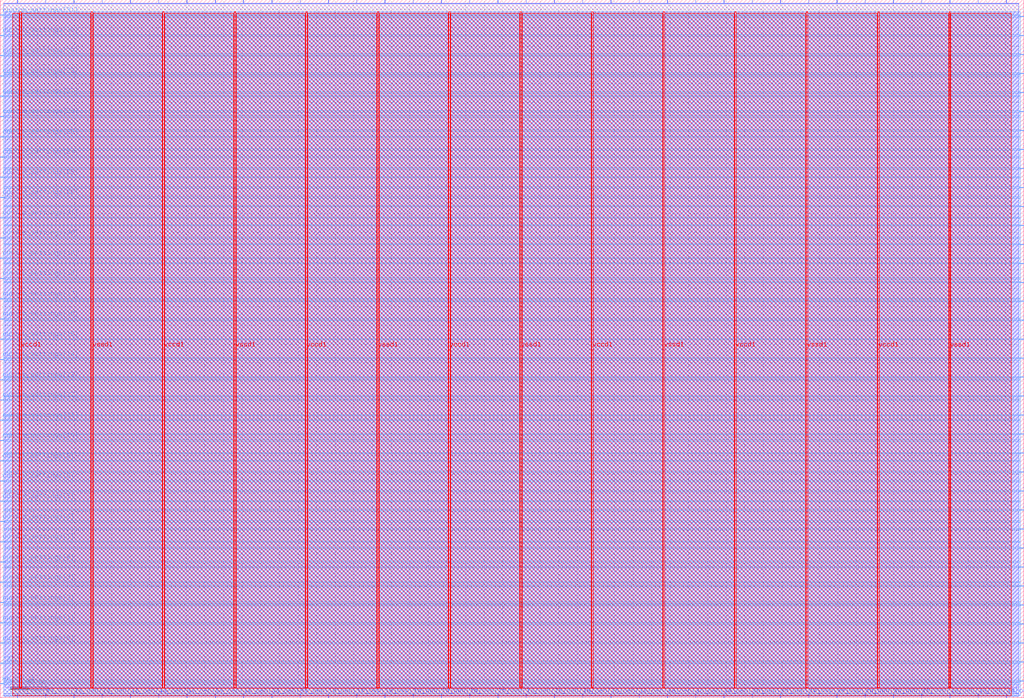
<source format=lef>
VERSION 5.7 ;
  NOWIREEXTENSIONATPIN ON ;
  DIVIDERCHAR "/" ;
  BUSBITCHARS "[]" ;
MACRO vliw
  CLASS BLOCK ;
  FOREIGN vliw ;
  ORIGIN 0.000 0.000 ;
  SIZE 1100.000 BY 750.000 ;
  PIN custom_settings[0]
    DIRECTION INPUT ;
    USE SIGNAL ;
    ANTENNAGATEAREA 0.196500 ;
    PORT
      LAYER met3 ;
        RECT 0.000 58.520 4.000 59.120 ;
    END
  END custom_settings[0]
  PIN custom_settings[10]
    DIRECTION INPUT ;
    USE SIGNAL ;
    PORT
      LAYER met3 ;
        RECT 0.000 276.120 4.000 276.720 ;
    END
  END custom_settings[10]
  PIN custom_settings[11]
    DIRECTION INPUT ;
    USE SIGNAL ;
    PORT
      LAYER met3 ;
        RECT 0.000 297.880 4.000 298.480 ;
    END
  END custom_settings[11]
  PIN custom_settings[12]
    DIRECTION INPUT ;
    USE SIGNAL ;
    PORT
      LAYER met3 ;
        RECT 0.000 319.640 4.000 320.240 ;
    END
  END custom_settings[12]
  PIN custom_settings[13]
    DIRECTION INPUT ;
    USE SIGNAL ;
    PORT
      LAYER met3 ;
        RECT 0.000 341.400 4.000 342.000 ;
    END
  END custom_settings[13]
  PIN custom_settings[14]
    DIRECTION INPUT ;
    USE SIGNAL ;
    PORT
      LAYER met3 ;
        RECT 0.000 363.160 4.000 363.760 ;
    END
  END custom_settings[14]
  PIN custom_settings[15]
    DIRECTION INPUT ;
    USE SIGNAL ;
    PORT
      LAYER met3 ;
        RECT 0.000 384.920 4.000 385.520 ;
    END
  END custom_settings[15]
  PIN custom_settings[16]
    DIRECTION INPUT ;
    USE SIGNAL ;
    PORT
      LAYER met3 ;
        RECT 0.000 406.680 4.000 407.280 ;
    END
  END custom_settings[16]
  PIN custom_settings[17]
    DIRECTION INPUT ;
    USE SIGNAL ;
    PORT
      LAYER met3 ;
        RECT 0.000 428.440 4.000 429.040 ;
    END
  END custom_settings[17]
  PIN custom_settings[18]
    DIRECTION INPUT ;
    USE SIGNAL ;
    PORT
      LAYER met3 ;
        RECT 0.000 450.200 4.000 450.800 ;
    END
  END custom_settings[18]
  PIN custom_settings[19]
    DIRECTION INPUT ;
    USE SIGNAL ;
    PORT
      LAYER met3 ;
        RECT 0.000 471.960 4.000 472.560 ;
    END
  END custom_settings[19]
  PIN custom_settings[1]
    DIRECTION INPUT ;
    USE SIGNAL ;
    ANTENNAGATEAREA 0.196500 ;
    PORT
      LAYER met3 ;
        RECT 0.000 80.280 4.000 80.880 ;
    END
  END custom_settings[1]
  PIN custom_settings[20]
    DIRECTION INPUT ;
    USE SIGNAL ;
    PORT
      LAYER met3 ;
        RECT 0.000 493.720 4.000 494.320 ;
    END
  END custom_settings[20]
  PIN custom_settings[21]
    DIRECTION INPUT ;
    USE SIGNAL ;
    PORT
      LAYER met3 ;
        RECT 0.000 515.480 4.000 516.080 ;
    END
  END custom_settings[21]
  PIN custom_settings[22]
    DIRECTION INPUT ;
    USE SIGNAL ;
    PORT
      LAYER met3 ;
        RECT 0.000 537.240 4.000 537.840 ;
    END
  END custom_settings[22]
  PIN custom_settings[23]
    DIRECTION INPUT ;
    USE SIGNAL ;
    PORT
      LAYER met3 ;
        RECT 0.000 559.000 4.000 559.600 ;
    END
  END custom_settings[23]
  PIN custom_settings[24]
    DIRECTION INPUT ;
    USE SIGNAL ;
    PORT
      LAYER met3 ;
        RECT 0.000 580.760 4.000 581.360 ;
    END
  END custom_settings[24]
  PIN custom_settings[25]
    DIRECTION INPUT ;
    USE SIGNAL ;
    PORT
      LAYER met3 ;
        RECT 0.000 602.520 4.000 603.120 ;
    END
  END custom_settings[25]
  PIN custom_settings[26]
    DIRECTION INPUT ;
    USE SIGNAL ;
    PORT
      LAYER met3 ;
        RECT 0.000 624.280 4.000 624.880 ;
    END
  END custom_settings[26]
  PIN custom_settings[27]
    DIRECTION INPUT ;
    USE SIGNAL ;
    PORT
      LAYER met3 ;
        RECT 0.000 646.040 4.000 646.640 ;
    END
  END custom_settings[27]
  PIN custom_settings[28]
    DIRECTION INPUT ;
    USE SIGNAL ;
    PORT
      LAYER met3 ;
        RECT 0.000 667.800 4.000 668.400 ;
    END
  END custom_settings[28]
  PIN custom_settings[29]
    DIRECTION INPUT ;
    USE SIGNAL ;
    PORT
      LAYER met3 ;
        RECT 0.000 689.560 4.000 690.160 ;
    END
  END custom_settings[29]
  PIN custom_settings[2]
    DIRECTION INPUT ;
    USE SIGNAL ;
    ANTENNAGATEAREA 0.852000 ;
    PORT
      LAYER met3 ;
        RECT 0.000 102.040 4.000 102.640 ;
    END
  END custom_settings[2]
  PIN custom_settings[30]
    DIRECTION INPUT ;
    USE SIGNAL ;
    PORT
      LAYER met3 ;
        RECT 0.000 711.320 4.000 711.920 ;
    END
  END custom_settings[30]
  PIN custom_settings[31]
    DIRECTION INPUT ;
    USE SIGNAL ;
    PORT
      LAYER met3 ;
        RECT 0.000 733.080 4.000 733.680 ;
    END
  END custom_settings[31]
  PIN custom_settings[3]
    DIRECTION INPUT ;
    USE SIGNAL ;
    ANTENNAGATEAREA 0.742500 ;
    PORT
      LAYER met3 ;
        RECT 0.000 123.800 4.000 124.400 ;
    END
  END custom_settings[3]
  PIN custom_settings[4]
    DIRECTION INPUT ;
    USE SIGNAL ;
    PORT
      LAYER met3 ;
        RECT 0.000 145.560 4.000 146.160 ;
    END
  END custom_settings[4]
  PIN custom_settings[5]
    DIRECTION INPUT ;
    USE SIGNAL ;
    PORT
      LAYER met3 ;
        RECT 0.000 167.320 4.000 167.920 ;
    END
  END custom_settings[5]
  PIN custom_settings[6]
    DIRECTION INPUT ;
    USE SIGNAL ;
    PORT
      LAYER met3 ;
        RECT 0.000 189.080 4.000 189.680 ;
    END
  END custom_settings[6]
  PIN custom_settings[7]
    DIRECTION INPUT ;
    USE SIGNAL ;
    PORT
      LAYER met3 ;
        RECT 0.000 210.840 4.000 211.440 ;
    END
  END custom_settings[7]
  PIN custom_settings[8]
    DIRECTION INPUT ;
    USE SIGNAL ;
    PORT
      LAYER met3 ;
        RECT 0.000 232.600 4.000 233.200 ;
    END
  END custom_settings[8]
  PIN custom_settings[9]
    DIRECTION INPUT ;
    USE SIGNAL ;
    PORT
      LAYER met3 ;
        RECT 0.000 254.360 4.000 254.960 ;
    END
  END custom_settings[9]
  PIN io_in[0]
    DIRECTION INPUT ;
    USE SIGNAL ;
    ANTENNAGATEAREA 0.495000 ;
    PORT
      LAYER met2 ;
        RECT 18.490 746.000 18.770 750.000 ;
    END
  END io_in[0]
  PIN io_in[10]
    DIRECTION INPUT ;
    USE SIGNAL ;
    ANTENNAGATEAREA 0.247500 ;
    PORT
      LAYER met2 ;
        RECT 322.090 746.000 322.370 750.000 ;
    END
  END io_in[10]
  PIN io_in[11]
    DIRECTION INPUT ;
    USE SIGNAL ;
    ANTENNAGATEAREA 0.247500 ;
    PORT
      LAYER met2 ;
        RECT 352.450 746.000 352.730 750.000 ;
    END
  END io_in[11]
  PIN io_in[12]
    DIRECTION INPUT ;
    USE SIGNAL ;
    ANTENNAGATEAREA 0.247500 ;
    PORT
      LAYER met2 ;
        RECT 382.810 746.000 383.090 750.000 ;
    END
  END io_in[12]
  PIN io_in[13]
    DIRECTION INPUT ;
    USE SIGNAL ;
    ANTENNAGATEAREA 0.247500 ;
    PORT
      LAYER met2 ;
        RECT 413.170 746.000 413.450 750.000 ;
    END
  END io_in[13]
  PIN io_in[14]
    DIRECTION INPUT ;
    USE SIGNAL ;
    ANTENNAGATEAREA 0.247500 ;
    PORT
      LAYER met2 ;
        RECT 443.530 746.000 443.810 750.000 ;
    END
  END io_in[14]
  PIN io_in[15]
    DIRECTION INPUT ;
    USE SIGNAL ;
    ANTENNAGATEAREA 0.247500 ;
    PORT
      LAYER met2 ;
        RECT 473.890 746.000 474.170 750.000 ;
    END
  END io_in[15]
  PIN io_in[16]
    DIRECTION INPUT ;
    USE SIGNAL ;
    ANTENNAGATEAREA 0.426000 ;
    PORT
      LAYER met2 ;
        RECT 504.250 746.000 504.530 750.000 ;
    END
  END io_in[16]
  PIN io_in[17]
    DIRECTION INPUT ;
    USE SIGNAL ;
    ANTENNAGATEAREA 0.213000 ;
    PORT
      LAYER met2 ;
        RECT 534.610 746.000 534.890 750.000 ;
    END
  END io_in[17]
  PIN io_in[18]
    DIRECTION INPUT ;
    USE SIGNAL ;
    ANTENNAGATEAREA 0.213000 ;
    PORT
      LAYER met2 ;
        RECT 564.970 746.000 565.250 750.000 ;
    END
  END io_in[18]
  PIN io_in[19]
    DIRECTION INPUT ;
    USE SIGNAL ;
    PORT
      LAYER met2 ;
        RECT 595.330 746.000 595.610 750.000 ;
    END
  END io_in[19]
  PIN io_in[1]
    DIRECTION INPUT ;
    USE SIGNAL ;
    PORT
      LAYER met2 ;
        RECT 48.850 746.000 49.130 750.000 ;
    END
  END io_in[1]
  PIN io_in[20]
    DIRECTION INPUT ;
    USE SIGNAL ;
    PORT
      LAYER met2 ;
        RECT 625.690 746.000 625.970 750.000 ;
    END
  END io_in[20]
  PIN io_in[21]
    DIRECTION INPUT ;
    USE SIGNAL ;
    PORT
      LAYER met2 ;
        RECT 656.050 746.000 656.330 750.000 ;
    END
  END io_in[21]
  PIN io_in[22]
    DIRECTION INPUT ;
    USE SIGNAL ;
    PORT
      LAYER met2 ;
        RECT 686.410 746.000 686.690 750.000 ;
    END
  END io_in[22]
  PIN io_in[23]
    DIRECTION INPUT ;
    USE SIGNAL ;
    PORT
      LAYER met2 ;
        RECT 716.770 746.000 717.050 750.000 ;
    END
  END io_in[23]
  PIN io_in[24]
    DIRECTION INPUT ;
    USE SIGNAL ;
    PORT
      LAYER met2 ;
        RECT 747.130 746.000 747.410 750.000 ;
    END
  END io_in[24]
  PIN io_in[25]
    DIRECTION INPUT ;
    USE SIGNAL ;
    PORT
      LAYER met2 ;
        RECT 777.490 746.000 777.770 750.000 ;
    END
  END io_in[25]
  PIN io_in[26]
    DIRECTION INPUT ;
    USE SIGNAL ;
    ANTENNAGATEAREA 0.159000 ;
    PORT
      LAYER met2 ;
        RECT 807.850 746.000 808.130 750.000 ;
    END
  END io_in[26]
  PIN io_in[27]
    DIRECTION INPUT ;
    USE SIGNAL ;
    PORT
      LAYER met2 ;
        RECT 838.210 746.000 838.490 750.000 ;
    END
  END io_in[27]
  PIN io_in[28]
    DIRECTION INPUT ;
    USE SIGNAL ;
    PORT
      LAYER met2 ;
        RECT 868.570 746.000 868.850 750.000 ;
    END
  END io_in[28]
  PIN io_in[29]
    DIRECTION INPUT ;
    USE SIGNAL ;
    ANTENNAGATEAREA 0.196500 ;
    PORT
      LAYER met2 ;
        RECT 898.930 746.000 899.210 750.000 ;
    END
  END io_in[29]
  PIN io_in[2]
    DIRECTION INPUT ;
    USE SIGNAL ;
    ANTENNAGATEAREA 0.426000 ;
    PORT
      LAYER met2 ;
        RECT 79.210 746.000 79.490 750.000 ;
    END
  END io_in[2]
  PIN io_in[30]
    DIRECTION INPUT ;
    USE SIGNAL ;
    ANTENNAGATEAREA 0.196500 ;
    PORT
      LAYER met2 ;
        RECT 929.290 746.000 929.570 750.000 ;
    END
  END io_in[30]
  PIN io_in[31]
    DIRECTION INPUT ;
    USE SIGNAL ;
    ANTENNAGATEAREA 0.196500 ;
    PORT
      LAYER met2 ;
        RECT 959.650 746.000 959.930 750.000 ;
    END
  END io_in[31]
  PIN io_in[32]
    DIRECTION INPUT ;
    USE SIGNAL ;
    ANTENNAGATEAREA 0.196500 ;
    PORT
      LAYER met2 ;
        RECT 990.010 746.000 990.290 750.000 ;
    END
  END io_in[32]
  PIN io_in[33]
    DIRECTION INPUT ;
    USE SIGNAL ;
    ANTENNAGATEAREA 0.196500 ;
    PORT
      LAYER met2 ;
        RECT 1020.370 746.000 1020.650 750.000 ;
    END
  END io_in[33]
  PIN io_in[34]
    DIRECTION INPUT ;
    USE SIGNAL ;
    ANTENNAGATEAREA 0.196500 ;
    PORT
      LAYER met2 ;
        RECT 1050.730 746.000 1051.010 750.000 ;
    END
  END io_in[34]
  PIN io_in[35]
    DIRECTION INPUT ;
    USE SIGNAL ;
    ANTENNAGATEAREA 0.213000 ;
    PORT
      LAYER met2 ;
        RECT 1081.090 746.000 1081.370 750.000 ;
    END
  END io_in[35]
  PIN io_in[3]
    DIRECTION INPUT ;
    USE SIGNAL ;
    ANTENNAGATEAREA 0.426000 ;
    PORT
      LAYER met2 ;
        RECT 109.570 746.000 109.850 750.000 ;
    END
  END io_in[3]
  PIN io_in[4]
    DIRECTION INPUT ;
    USE SIGNAL ;
    ANTENNAGATEAREA 0.426000 ;
    PORT
      LAYER met2 ;
        RECT 139.930 746.000 140.210 750.000 ;
    END
  END io_in[4]
  PIN io_in[5]
    DIRECTION INPUT ;
    USE SIGNAL ;
    ANTENNAGATEAREA 0.426000 ;
    PORT
      LAYER met2 ;
        RECT 170.290 746.000 170.570 750.000 ;
    END
  END io_in[5]
  PIN io_in[6]
    DIRECTION INPUT ;
    USE SIGNAL ;
    ANTENNAGATEAREA 0.426000 ;
    PORT
      LAYER met2 ;
        RECT 200.650 746.000 200.930 750.000 ;
    END
  END io_in[6]
  PIN io_in[7]
    DIRECTION INPUT ;
    USE SIGNAL ;
    ANTENNAGATEAREA 0.247500 ;
    PORT
      LAYER met2 ;
        RECT 231.010 746.000 231.290 750.000 ;
    END
  END io_in[7]
  PIN io_in[8]
    DIRECTION INPUT ;
    USE SIGNAL ;
    ANTENNAGATEAREA 0.247500 ;
    PORT
      LAYER met2 ;
        RECT 261.370 746.000 261.650 750.000 ;
    END
  END io_in[8]
  PIN io_in[9]
    DIRECTION INPUT ;
    USE SIGNAL ;
    ANTENNAGATEAREA 0.247500 ;
    PORT
      LAYER met2 ;
        RECT 291.730 746.000 292.010 750.000 ;
    END
  END io_in[9]
  PIN io_oeb[0]
    DIRECTION OUTPUT TRISTATE ;
    USE SIGNAL ;
    ANTENNADIFFAREA 2.673000 ;
    PORT
      LAYER met2 ;
        RECT 18.490 0.000 18.770 4.000 ;
    END
  END io_oeb[0]
  PIN io_oeb[10]
    DIRECTION OUTPUT TRISTATE ;
    USE SIGNAL ;
    ANTENNADIFFAREA 2.673000 ;
    PORT
      LAYER met2 ;
        RECT 322.090 0.000 322.370 4.000 ;
    END
  END io_oeb[10]
  PIN io_oeb[11]
    DIRECTION OUTPUT TRISTATE ;
    USE SIGNAL ;
    ANTENNADIFFAREA 2.673000 ;
    PORT
      LAYER met2 ;
        RECT 352.450 0.000 352.730 4.000 ;
    END
  END io_oeb[11]
  PIN io_oeb[12]
    DIRECTION OUTPUT TRISTATE ;
    USE SIGNAL ;
    ANTENNADIFFAREA 2.673000 ;
    PORT
      LAYER met2 ;
        RECT 382.810 0.000 383.090 4.000 ;
    END
  END io_oeb[12]
  PIN io_oeb[13]
    DIRECTION OUTPUT TRISTATE ;
    USE SIGNAL ;
    ANTENNADIFFAREA 2.673000 ;
    PORT
      LAYER met2 ;
        RECT 413.170 0.000 413.450 4.000 ;
    END
  END io_oeb[13]
  PIN io_oeb[14]
    DIRECTION OUTPUT TRISTATE ;
    USE SIGNAL ;
    ANTENNADIFFAREA 2.673000 ;
    PORT
      LAYER met2 ;
        RECT 443.530 0.000 443.810 4.000 ;
    END
  END io_oeb[14]
  PIN io_oeb[15]
    DIRECTION OUTPUT TRISTATE ;
    USE SIGNAL ;
    ANTENNADIFFAREA 2.673000 ;
    PORT
      LAYER met2 ;
        RECT 473.890 0.000 474.170 4.000 ;
    END
  END io_oeb[15]
  PIN io_oeb[16]
    DIRECTION OUTPUT TRISTATE ;
    USE SIGNAL ;
    ANTENNADIFFAREA 2.673000 ;
    PORT
      LAYER met2 ;
        RECT 504.250 0.000 504.530 4.000 ;
    END
  END io_oeb[16]
  PIN io_oeb[17]
    DIRECTION OUTPUT TRISTATE ;
    USE SIGNAL ;
    ANTENNADIFFAREA 2.673000 ;
    PORT
      LAYER met2 ;
        RECT 534.610 0.000 534.890 4.000 ;
    END
  END io_oeb[17]
  PIN io_oeb[18]
    DIRECTION OUTPUT TRISTATE ;
    USE SIGNAL ;
    ANTENNADIFFAREA 2.673000 ;
    PORT
      LAYER met2 ;
        RECT 564.970 0.000 565.250 4.000 ;
    END
  END io_oeb[18]
  PIN io_oeb[19]
    DIRECTION OUTPUT TRISTATE ;
    USE SIGNAL ;
    PORT
      LAYER met2 ;
        RECT 595.330 0.000 595.610 4.000 ;
    END
  END io_oeb[19]
  PIN io_oeb[1]
    DIRECTION OUTPUT TRISTATE ;
    USE SIGNAL ;
    PORT
      LAYER met2 ;
        RECT 48.850 0.000 49.130 4.000 ;
    END
  END io_oeb[1]
  PIN io_oeb[20]
    DIRECTION OUTPUT TRISTATE ;
    USE SIGNAL ;
    PORT
      LAYER met2 ;
        RECT 625.690 0.000 625.970 4.000 ;
    END
  END io_oeb[20]
  PIN io_oeb[21]
    DIRECTION OUTPUT TRISTATE ;
    USE SIGNAL ;
    PORT
      LAYER met2 ;
        RECT 656.050 0.000 656.330 4.000 ;
    END
  END io_oeb[21]
  PIN io_oeb[22]
    DIRECTION OUTPUT TRISTATE ;
    USE SIGNAL ;
    PORT
      LAYER met2 ;
        RECT 686.410 0.000 686.690 4.000 ;
    END
  END io_oeb[22]
  PIN io_oeb[23]
    DIRECTION OUTPUT TRISTATE ;
    USE SIGNAL ;
    PORT
      LAYER met2 ;
        RECT 716.770 0.000 717.050 4.000 ;
    END
  END io_oeb[23]
  PIN io_oeb[24]
    DIRECTION OUTPUT TRISTATE ;
    USE SIGNAL ;
    PORT
      LAYER met2 ;
        RECT 747.130 0.000 747.410 4.000 ;
    END
  END io_oeb[24]
  PIN io_oeb[25]
    DIRECTION OUTPUT TRISTATE ;
    USE SIGNAL ;
    PORT
      LAYER met2 ;
        RECT 777.490 0.000 777.770 4.000 ;
    END
  END io_oeb[25]
  PIN io_oeb[26]
    DIRECTION OUTPUT TRISTATE ;
    USE SIGNAL ;
    PORT
      LAYER met2 ;
        RECT 807.850 0.000 808.130 4.000 ;
    END
  END io_oeb[26]
  PIN io_oeb[27]
    DIRECTION OUTPUT TRISTATE ;
    USE SIGNAL ;
    PORT
      LAYER met2 ;
        RECT 838.210 0.000 838.490 4.000 ;
    END
  END io_oeb[27]
  PIN io_oeb[28]
    DIRECTION OUTPUT TRISTATE ;
    USE SIGNAL ;
    PORT
      LAYER met2 ;
        RECT 868.570 0.000 868.850 4.000 ;
    END
  END io_oeb[28]
  PIN io_oeb[29]
    DIRECTION OUTPUT TRISTATE ;
    USE SIGNAL ;
    PORT
      LAYER met2 ;
        RECT 898.930 0.000 899.210 4.000 ;
    END
  END io_oeb[29]
  PIN io_oeb[2]
    DIRECTION OUTPUT TRISTATE ;
    USE SIGNAL ;
    ANTENNADIFFAREA 2.673000 ;
    PORT
      LAYER met2 ;
        RECT 79.210 0.000 79.490 4.000 ;
    END
  END io_oeb[2]
  PIN io_oeb[30]
    DIRECTION OUTPUT TRISTATE ;
    USE SIGNAL ;
    ANTENNADIFFAREA 2.673000 ;
    PORT
      LAYER met2 ;
        RECT 929.290 0.000 929.570 4.000 ;
    END
  END io_oeb[30]
  PIN io_oeb[31]
    DIRECTION OUTPUT TRISTATE ;
    USE SIGNAL ;
    ANTENNADIFFAREA 2.673000 ;
    PORT
      LAYER met2 ;
        RECT 959.650 0.000 959.930 4.000 ;
    END
  END io_oeb[31]
  PIN io_oeb[32]
    DIRECTION OUTPUT TRISTATE ;
    USE SIGNAL ;
    ANTENNADIFFAREA 2.673000 ;
    PORT
      LAYER met2 ;
        RECT 990.010 0.000 990.290 4.000 ;
    END
  END io_oeb[32]
  PIN io_oeb[33]
    DIRECTION OUTPUT TRISTATE ;
    USE SIGNAL ;
    ANTENNADIFFAREA 2.673000 ;
    PORT
      LAYER met2 ;
        RECT 1020.370 0.000 1020.650 4.000 ;
    END
  END io_oeb[33]
  PIN io_oeb[34]
    DIRECTION OUTPUT TRISTATE ;
    USE SIGNAL ;
    ANTENNADIFFAREA 2.673000 ;
    PORT
      LAYER met2 ;
        RECT 1050.730 0.000 1051.010 4.000 ;
    END
  END io_oeb[34]
  PIN io_oeb[35]
    DIRECTION OUTPUT TRISTATE ;
    USE SIGNAL ;
    ANTENNADIFFAREA 2.673000 ;
    PORT
      LAYER met2 ;
        RECT 1081.090 0.000 1081.370 4.000 ;
    END
  END io_oeb[35]
  PIN io_oeb[3]
    DIRECTION OUTPUT TRISTATE ;
    USE SIGNAL ;
    ANTENNADIFFAREA 2.673000 ;
    PORT
      LAYER met2 ;
        RECT 109.570 0.000 109.850 4.000 ;
    END
  END io_oeb[3]
  PIN io_oeb[4]
    DIRECTION OUTPUT TRISTATE ;
    USE SIGNAL ;
    ANTENNADIFFAREA 2.673000 ;
    PORT
      LAYER met2 ;
        RECT 139.930 0.000 140.210 4.000 ;
    END
  END io_oeb[4]
  PIN io_oeb[5]
    DIRECTION OUTPUT TRISTATE ;
    USE SIGNAL ;
    ANTENNADIFFAREA 2.673000 ;
    PORT
      LAYER met2 ;
        RECT 170.290 0.000 170.570 4.000 ;
    END
  END io_oeb[5]
  PIN io_oeb[6]
    DIRECTION OUTPUT TRISTATE ;
    USE SIGNAL ;
    ANTENNADIFFAREA 2.673000 ;
    PORT
      LAYER met2 ;
        RECT 200.650 0.000 200.930 4.000 ;
    END
  END io_oeb[6]
  PIN io_oeb[7]
    DIRECTION OUTPUT TRISTATE ;
    USE SIGNAL ;
    ANTENNADIFFAREA 2.673000 ;
    PORT
      LAYER met2 ;
        RECT 231.010 0.000 231.290 4.000 ;
    END
  END io_oeb[7]
  PIN io_oeb[8]
    DIRECTION OUTPUT TRISTATE ;
    USE SIGNAL ;
    ANTENNADIFFAREA 2.673000 ;
    PORT
      LAYER met2 ;
        RECT 261.370 0.000 261.650 4.000 ;
    END
  END io_oeb[8]
  PIN io_oeb[9]
    DIRECTION OUTPUT TRISTATE ;
    USE SIGNAL ;
    ANTENNADIFFAREA 2.673000 ;
    PORT
      LAYER met2 ;
        RECT 291.730 0.000 292.010 4.000 ;
    END
  END io_oeb[9]
  PIN io_out[0]
    DIRECTION OUTPUT TRISTATE ;
    USE SIGNAL ;
    ANTENNADIFFAREA 2.673000 ;
    PORT
      LAYER met3 ;
        RECT 1096.000 17.720 1100.000 18.320 ;
    END
  END io_out[0]
  PIN io_out[10]
    DIRECTION OUTPUT TRISTATE ;
    USE SIGNAL ;
    ANTENNADIFFAREA 2.673000 ;
    PORT
      LAYER met3 ;
        RECT 1096.000 221.720 1100.000 222.320 ;
    END
  END io_out[10]
  PIN io_out[11]
    DIRECTION OUTPUT TRISTATE ;
    USE SIGNAL ;
    ANTENNADIFFAREA 2.673000 ;
    PORT
      LAYER met3 ;
        RECT 1096.000 242.120 1100.000 242.720 ;
    END
  END io_out[11]
  PIN io_out[12]
    DIRECTION OUTPUT TRISTATE ;
    USE SIGNAL ;
    ANTENNADIFFAREA 2.673000 ;
    PORT
      LAYER met3 ;
        RECT 1096.000 262.520 1100.000 263.120 ;
    END
  END io_out[12]
  PIN io_out[13]
    DIRECTION OUTPUT TRISTATE ;
    USE SIGNAL ;
    ANTENNADIFFAREA 2.673000 ;
    PORT
      LAYER met3 ;
        RECT 1096.000 282.920 1100.000 283.520 ;
    END
  END io_out[13]
  PIN io_out[14]
    DIRECTION OUTPUT TRISTATE ;
    USE SIGNAL ;
    ANTENNADIFFAREA 2.673000 ;
    PORT
      LAYER met3 ;
        RECT 1096.000 303.320 1100.000 303.920 ;
    END
  END io_out[14]
  PIN io_out[15]
    DIRECTION OUTPUT TRISTATE ;
    USE SIGNAL ;
    ANTENNADIFFAREA 2.673000 ;
    PORT
      LAYER met3 ;
        RECT 1096.000 323.720 1100.000 324.320 ;
    END
  END io_out[15]
  PIN io_out[16]
    DIRECTION OUTPUT TRISTATE ;
    USE SIGNAL ;
    ANTENNADIFFAREA 2.673000 ;
    PORT
      LAYER met3 ;
        RECT 1096.000 344.120 1100.000 344.720 ;
    END
  END io_out[16]
  PIN io_out[17]
    DIRECTION OUTPUT TRISTATE ;
    USE SIGNAL ;
    ANTENNADIFFAREA 2.673000 ;
    PORT
      LAYER met3 ;
        RECT 1096.000 364.520 1100.000 365.120 ;
    END
  END io_out[17]
  PIN io_out[18]
    DIRECTION OUTPUT TRISTATE ;
    USE SIGNAL ;
    ANTENNADIFFAREA 2.673000 ;
    PORT
      LAYER met3 ;
        RECT 1096.000 384.920 1100.000 385.520 ;
    END
  END io_out[18]
  PIN io_out[19]
    DIRECTION OUTPUT TRISTATE ;
    USE SIGNAL ;
    ANTENNADIFFAREA 0.340600 ;
    PORT
      LAYER met3 ;
        RECT 1096.000 405.320 1100.000 405.920 ;
    END
  END io_out[19]
  PIN io_out[1]
    DIRECTION OUTPUT TRISTATE ;
    USE SIGNAL ;
    ANTENNADIFFAREA 2.673000 ;
    PORT
      LAYER met3 ;
        RECT 1096.000 38.120 1100.000 38.720 ;
    END
  END io_out[1]
  PIN io_out[20]
    DIRECTION OUTPUT TRISTATE ;
    USE SIGNAL ;
    ANTENNADIFFAREA 0.340600 ;
    PORT
      LAYER met3 ;
        RECT 1096.000 425.720 1100.000 426.320 ;
    END
  END io_out[20]
  PIN io_out[21]
    DIRECTION OUTPUT TRISTATE ;
    USE SIGNAL ;
    ANTENNADIFFAREA 2.673000 ;
    PORT
      LAYER met3 ;
        RECT 1096.000 446.120 1100.000 446.720 ;
    END
  END io_out[21]
  PIN io_out[22]
    DIRECTION OUTPUT TRISTATE ;
    USE SIGNAL ;
    ANTENNADIFFAREA 2.673000 ;
    PORT
      LAYER met3 ;
        RECT 1096.000 466.520 1100.000 467.120 ;
    END
  END io_out[22]
  PIN io_out[23]
    DIRECTION OUTPUT TRISTATE ;
    USE SIGNAL ;
    ANTENNADIFFAREA 0.340600 ;
    PORT
      LAYER met3 ;
        RECT 1096.000 486.920 1100.000 487.520 ;
    END
  END io_out[23]
  PIN io_out[24]
    DIRECTION OUTPUT TRISTATE ;
    USE SIGNAL ;
    ANTENNADIFFAREA 0.340600 ;
    PORT
      LAYER met3 ;
        RECT 1096.000 507.320 1100.000 507.920 ;
    END
  END io_out[24]
  PIN io_out[25]
    DIRECTION OUTPUT TRISTATE ;
    USE SIGNAL ;
    ANTENNADIFFAREA 2.673000 ;
    PORT
      LAYER met3 ;
        RECT 1096.000 527.720 1100.000 528.320 ;
    END
  END io_out[25]
  PIN io_out[26]
    DIRECTION OUTPUT TRISTATE ;
    USE SIGNAL ;
    PORT
      LAYER met3 ;
        RECT 1096.000 548.120 1100.000 548.720 ;
    END
  END io_out[26]
  PIN io_out[27]
    DIRECTION OUTPUT TRISTATE ;
    USE SIGNAL ;
    ANTENNADIFFAREA 2.673000 ;
    PORT
      LAYER met3 ;
        RECT 1096.000 568.520 1100.000 569.120 ;
    END
  END io_out[27]
  PIN io_out[28]
    DIRECTION OUTPUT TRISTATE ;
    USE SIGNAL ;
    ANTENNADIFFAREA 2.673000 ;
    PORT
      LAYER met3 ;
        RECT 1096.000 588.920 1100.000 589.520 ;
    END
  END io_out[28]
  PIN io_out[29]
    DIRECTION OUTPUT TRISTATE ;
    USE SIGNAL ;
    PORT
      LAYER met3 ;
        RECT 1096.000 609.320 1100.000 609.920 ;
    END
  END io_out[29]
  PIN io_out[2]
    DIRECTION OUTPUT TRISTATE ;
    USE SIGNAL ;
    ANTENNADIFFAREA 2.673000 ;
    PORT
      LAYER met3 ;
        RECT 1096.000 58.520 1100.000 59.120 ;
    END
  END io_out[2]
  PIN io_out[30]
    DIRECTION OUTPUT TRISTATE ;
    USE SIGNAL ;
    ANTENNADIFFAREA 2.673000 ;
    PORT
      LAYER met3 ;
        RECT 1096.000 629.720 1100.000 630.320 ;
    END
  END io_out[30]
  PIN io_out[31]
    DIRECTION OUTPUT TRISTATE ;
    USE SIGNAL ;
    ANTENNADIFFAREA 2.673000 ;
    PORT
      LAYER met3 ;
        RECT 1096.000 650.120 1100.000 650.720 ;
    END
  END io_out[31]
  PIN io_out[32]
    DIRECTION OUTPUT TRISTATE ;
    USE SIGNAL ;
    ANTENNADIFFAREA 2.673000 ;
    PORT
      LAYER met3 ;
        RECT 1096.000 670.520 1100.000 671.120 ;
    END
  END io_out[32]
  PIN io_out[33]
    DIRECTION OUTPUT TRISTATE ;
    USE SIGNAL ;
    ANTENNADIFFAREA 2.673000 ;
    PORT
      LAYER met3 ;
        RECT 1096.000 690.920 1100.000 691.520 ;
    END
  END io_out[33]
  PIN io_out[34]
    DIRECTION OUTPUT TRISTATE ;
    USE SIGNAL ;
    ANTENNADIFFAREA 2.673000 ;
    PORT
      LAYER met3 ;
        RECT 1096.000 711.320 1100.000 711.920 ;
    END
  END io_out[34]
  PIN io_out[35]
    DIRECTION OUTPUT TRISTATE ;
    USE SIGNAL ;
    ANTENNADIFFAREA 2.673000 ;
    PORT
      LAYER met3 ;
        RECT 1096.000 731.720 1100.000 732.320 ;
    END
  END io_out[35]
  PIN io_out[3]
    DIRECTION OUTPUT TRISTATE ;
    USE SIGNAL ;
    ANTENNADIFFAREA 2.673000 ;
    PORT
      LAYER met3 ;
        RECT 1096.000 78.920 1100.000 79.520 ;
    END
  END io_out[3]
  PIN io_out[4]
    DIRECTION OUTPUT TRISTATE ;
    USE SIGNAL ;
    ANTENNADIFFAREA 2.673000 ;
    PORT
      LAYER met3 ;
        RECT 1096.000 99.320 1100.000 99.920 ;
    END
  END io_out[4]
  PIN io_out[5]
    DIRECTION OUTPUT TRISTATE ;
    USE SIGNAL ;
    ANTENNADIFFAREA 2.673000 ;
    PORT
      LAYER met3 ;
        RECT 1096.000 119.720 1100.000 120.320 ;
    END
  END io_out[5]
  PIN io_out[6]
    DIRECTION OUTPUT TRISTATE ;
    USE SIGNAL ;
    ANTENNADIFFAREA 2.673000 ;
    PORT
      LAYER met3 ;
        RECT 1096.000 140.120 1100.000 140.720 ;
    END
  END io_out[6]
  PIN io_out[7]
    DIRECTION OUTPUT TRISTATE ;
    USE SIGNAL ;
    ANTENNADIFFAREA 2.673000 ;
    PORT
      LAYER met3 ;
        RECT 1096.000 160.520 1100.000 161.120 ;
    END
  END io_out[7]
  PIN io_out[8]
    DIRECTION OUTPUT TRISTATE ;
    USE SIGNAL ;
    ANTENNADIFFAREA 2.673000 ;
    PORT
      LAYER met3 ;
        RECT 1096.000 180.920 1100.000 181.520 ;
    END
  END io_out[8]
  PIN io_out[9]
    DIRECTION OUTPUT TRISTATE ;
    USE SIGNAL ;
    ANTENNADIFFAREA 2.673000 ;
    PORT
      LAYER met3 ;
        RECT 1096.000 201.320 1100.000 201.920 ;
    END
  END io_out[9]
  PIN rst_n
    DIRECTION INPUT ;
    USE SIGNAL ;
    ANTENNAGATEAREA 0.247500 ;
    PORT
      LAYER met3 ;
        RECT 0.000 36.760 4.000 37.360 ;
    END
  END rst_n
  PIN vccd1
    DIRECTION INOUT ;
    USE POWER ;
    PORT
      LAYER met4 ;
        RECT 21.040 10.640 22.640 737.360 ;
    END
    PORT
      LAYER met4 ;
        RECT 174.640 10.640 176.240 737.360 ;
    END
    PORT
      LAYER met4 ;
        RECT 328.240 10.640 329.840 737.360 ;
    END
    PORT
      LAYER met4 ;
        RECT 481.840 10.640 483.440 737.360 ;
    END
    PORT
      LAYER met4 ;
        RECT 635.440 10.640 637.040 737.360 ;
    END
    PORT
      LAYER met4 ;
        RECT 789.040 10.640 790.640 737.360 ;
    END
    PORT
      LAYER met4 ;
        RECT 942.640 10.640 944.240 737.360 ;
    END
  END vccd1
  PIN vssd1
    DIRECTION INOUT ;
    USE GROUND ;
    PORT
      LAYER met4 ;
        RECT 97.840 10.640 99.440 737.360 ;
    END
    PORT
      LAYER met4 ;
        RECT 251.440 10.640 253.040 737.360 ;
    END
    PORT
      LAYER met4 ;
        RECT 405.040 10.640 406.640 737.360 ;
    END
    PORT
      LAYER met4 ;
        RECT 558.640 10.640 560.240 737.360 ;
    END
    PORT
      LAYER met4 ;
        RECT 712.240 10.640 713.840 737.360 ;
    END
    PORT
      LAYER met4 ;
        RECT 865.840 10.640 867.440 737.360 ;
    END
    PORT
      LAYER met4 ;
        RECT 1019.440 10.640 1021.040 737.360 ;
    END
  END vssd1
  PIN wb_clk_i
    DIRECTION INPUT ;
    USE SIGNAL ;
    ANTENNAGATEAREA 0.852000 ;
    ANTENNADIFFAREA 0.434700 ;
    PORT
      LAYER met3 ;
        RECT 0.000 15.000 4.000 15.600 ;
    END
  END wb_clk_i
  OBS
      LAYER li1 ;
        RECT 5.520 10.795 1094.340 737.205 ;
      LAYER met1 ;
        RECT 3.750 1.740 1094.640 737.360 ;
      LAYER met2 ;
        RECT 3.780 745.720 18.210 746.000 ;
        RECT 19.050 745.720 48.570 746.000 ;
        RECT 49.410 745.720 78.930 746.000 ;
        RECT 79.770 745.720 109.290 746.000 ;
        RECT 110.130 745.720 139.650 746.000 ;
        RECT 140.490 745.720 170.010 746.000 ;
        RECT 170.850 745.720 200.370 746.000 ;
        RECT 201.210 745.720 230.730 746.000 ;
        RECT 231.570 745.720 261.090 746.000 ;
        RECT 261.930 745.720 291.450 746.000 ;
        RECT 292.290 745.720 321.810 746.000 ;
        RECT 322.650 745.720 352.170 746.000 ;
        RECT 353.010 745.720 382.530 746.000 ;
        RECT 383.370 745.720 412.890 746.000 ;
        RECT 413.730 745.720 443.250 746.000 ;
        RECT 444.090 745.720 473.610 746.000 ;
        RECT 474.450 745.720 503.970 746.000 ;
        RECT 504.810 745.720 534.330 746.000 ;
        RECT 535.170 745.720 564.690 746.000 ;
        RECT 565.530 745.720 595.050 746.000 ;
        RECT 595.890 745.720 625.410 746.000 ;
        RECT 626.250 745.720 655.770 746.000 ;
        RECT 656.610 745.720 686.130 746.000 ;
        RECT 686.970 745.720 716.490 746.000 ;
        RECT 717.330 745.720 746.850 746.000 ;
        RECT 747.690 745.720 777.210 746.000 ;
        RECT 778.050 745.720 807.570 746.000 ;
        RECT 808.410 745.720 837.930 746.000 ;
        RECT 838.770 745.720 868.290 746.000 ;
        RECT 869.130 745.720 898.650 746.000 ;
        RECT 899.490 745.720 929.010 746.000 ;
        RECT 929.850 745.720 959.370 746.000 ;
        RECT 960.210 745.720 989.730 746.000 ;
        RECT 990.570 745.720 1020.090 746.000 ;
        RECT 1020.930 745.720 1050.450 746.000 ;
        RECT 1051.290 745.720 1080.810 746.000 ;
        RECT 1081.650 745.720 1094.250 746.000 ;
        RECT 3.780 4.280 1094.250 745.720 ;
        RECT 3.780 1.710 18.210 4.280 ;
        RECT 19.050 1.710 48.570 4.280 ;
        RECT 49.410 1.710 78.930 4.280 ;
        RECT 79.770 1.710 109.290 4.280 ;
        RECT 110.130 1.710 139.650 4.280 ;
        RECT 140.490 1.710 170.010 4.280 ;
        RECT 170.850 1.710 200.370 4.280 ;
        RECT 201.210 1.710 230.730 4.280 ;
        RECT 231.570 1.710 261.090 4.280 ;
        RECT 261.930 1.710 291.450 4.280 ;
        RECT 292.290 1.710 321.810 4.280 ;
        RECT 322.650 1.710 352.170 4.280 ;
        RECT 353.010 1.710 382.530 4.280 ;
        RECT 383.370 1.710 412.890 4.280 ;
        RECT 413.730 1.710 443.250 4.280 ;
        RECT 444.090 1.710 473.610 4.280 ;
        RECT 474.450 1.710 503.970 4.280 ;
        RECT 504.810 1.710 534.330 4.280 ;
        RECT 535.170 1.710 564.690 4.280 ;
        RECT 565.530 1.710 595.050 4.280 ;
        RECT 595.890 1.710 625.410 4.280 ;
        RECT 626.250 1.710 655.770 4.280 ;
        RECT 656.610 1.710 686.130 4.280 ;
        RECT 686.970 1.710 716.490 4.280 ;
        RECT 717.330 1.710 746.850 4.280 ;
        RECT 747.690 1.710 777.210 4.280 ;
        RECT 778.050 1.710 807.570 4.280 ;
        RECT 808.410 1.710 837.930 4.280 ;
        RECT 838.770 1.710 868.290 4.280 ;
        RECT 869.130 1.710 898.650 4.280 ;
        RECT 899.490 1.710 929.010 4.280 ;
        RECT 929.850 1.710 959.370 4.280 ;
        RECT 960.210 1.710 989.730 4.280 ;
        RECT 990.570 1.710 1020.090 4.280 ;
        RECT 1020.930 1.710 1050.450 4.280 ;
        RECT 1051.290 1.710 1080.810 4.280 ;
        RECT 1081.650 1.710 1094.250 4.280 ;
      LAYER met3 ;
        RECT 3.990 734.080 1096.000 737.285 ;
        RECT 4.400 732.720 1096.000 734.080 ;
        RECT 4.400 732.680 1095.600 732.720 ;
        RECT 3.990 731.320 1095.600 732.680 ;
        RECT 3.990 712.320 1096.000 731.320 ;
        RECT 4.400 710.920 1095.600 712.320 ;
        RECT 3.990 691.920 1096.000 710.920 ;
        RECT 3.990 690.560 1095.600 691.920 ;
        RECT 4.400 690.520 1095.600 690.560 ;
        RECT 4.400 689.160 1096.000 690.520 ;
        RECT 3.990 671.520 1096.000 689.160 ;
        RECT 3.990 670.120 1095.600 671.520 ;
        RECT 3.990 668.800 1096.000 670.120 ;
        RECT 4.400 667.400 1096.000 668.800 ;
        RECT 3.990 651.120 1096.000 667.400 ;
        RECT 3.990 649.720 1095.600 651.120 ;
        RECT 3.990 647.040 1096.000 649.720 ;
        RECT 4.400 645.640 1096.000 647.040 ;
        RECT 3.990 630.720 1096.000 645.640 ;
        RECT 3.990 629.320 1095.600 630.720 ;
        RECT 3.990 625.280 1096.000 629.320 ;
        RECT 4.400 623.880 1096.000 625.280 ;
        RECT 3.990 610.320 1096.000 623.880 ;
        RECT 3.990 608.920 1095.600 610.320 ;
        RECT 3.990 603.520 1096.000 608.920 ;
        RECT 4.400 602.120 1096.000 603.520 ;
        RECT 3.990 589.920 1096.000 602.120 ;
        RECT 3.990 588.520 1095.600 589.920 ;
        RECT 3.990 581.760 1096.000 588.520 ;
        RECT 4.400 580.360 1096.000 581.760 ;
        RECT 3.990 569.520 1096.000 580.360 ;
        RECT 3.990 568.120 1095.600 569.520 ;
        RECT 3.990 560.000 1096.000 568.120 ;
        RECT 4.400 558.600 1096.000 560.000 ;
        RECT 3.990 549.120 1096.000 558.600 ;
        RECT 3.990 547.720 1095.600 549.120 ;
        RECT 3.990 538.240 1096.000 547.720 ;
        RECT 4.400 536.840 1096.000 538.240 ;
        RECT 3.990 528.720 1096.000 536.840 ;
        RECT 3.990 527.320 1095.600 528.720 ;
        RECT 3.990 516.480 1096.000 527.320 ;
        RECT 4.400 515.080 1096.000 516.480 ;
        RECT 3.990 508.320 1096.000 515.080 ;
        RECT 3.990 506.920 1095.600 508.320 ;
        RECT 3.990 494.720 1096.000 506.920 ;
        RECT 4.400 493.320 1096.000 494.720 ;
        RECT 3.990 487.920 1096.000 493.320 ;
        RECT 3.990 486.520 1095.600 487.920 ;
        RECT 3.990 472.960 1096.000 486.520 ;
        RECT 4.400 471.560 1096.000 472.960 ;
        RECT 3.990 467.520 1096.000 471.560 ;
        RECT 3.990 466.120 1095.600 467.520 ;
        RECT 3.990 451.200 1096.000 466.120 ;
        RECT 4.400 449.800 1096.000 451.200 ;
        RECT 3.990 447.120 1096.000 449.800 ;
        RECT 3.990 445.720 1095.600 447.120 ;
        RECT 3.990 429.440 1096.000 445.720 ;
        RECT 4.400 428.040 1096.000 429.440 ;
        RECT 3.990 426.720 1096.000 428.040 ;
        RECT 3.990 425.320 1095.600 426.720 ;
        RECT 3.990 407.680 1096.000 425.320 ;
        RECT 4.400 406.320 1096.000 407.680 ;
        RECT 4.400 406.280 1095.600 406.320 ;
        RECT 3.990 404.920 1095.600 406.280 ;
        RECT 3.990 385.920 1096.000 404.920 ;
        RECT 4.400 384.520 1095.600 385.920 ;
        RECT 3.990 365.520 1096.000 384.520 ;
        RECT 3.990 364.160 1095.600 365.520 ;
        RECT 4.400 364.120 1095.600 364.160 ;
        RECT 4.400 362.760 1096.000 364.120 ;
        RECT 3.990 345.120 1096.000 362.760 ;
        RECT 3.990 343.720 1095.600 345.120 ;
        RECT 3.990 342.400 1096.000 343.720 ;
        RECT 4.400 341.000 1096.000 342.400 ;
        RECT 3.990 324.720 1096.000 341.000 ;
        RECT 3.990 323.320 1095.600 324.720 ;
        RECT 3.990 320.640 1096.000 323.320 ;
        RECT 4.400 319.240 1096.000 320.640 ;
        RECT 3.990 304.320 1096.000 319.240 ;
        RECT 3.990 302.920 1095.600 304.320 ;
        RECT 3.990 298.880 1096.000 302.920 ;
        RECT 4.400 297.480 1096.000 298.880 ;
        RECT 3.990 283.920 1096.000 297.480 ;
        RECT 3.990 282.520 1095.600 283.920 ;
        RECT 3.990 277.120 1096.000 282.520 ;
        RECT 4.400 275.720 1096.000 277.120 ;
        RECT 3.990 263.520 1096.000 275.720 ;
        RECT 3.990 262.120 1095.600 263.520 ;
        RECT 3.990 255.360 1096.000 262.120 ;
        RECT 4.400 253.960 1096.000 255.360 ;
        RECT 3.990 243.120 1096.000 253.960 ;
        RECT 3.990 241.720 1095.600 243.120 ;
        RECT 3.990 233.600 1096.000 241.720 ;
        RECT 4.400 232.200 1096.000 233.600 ;
        RECT 3.990 222.720 1096.000 232.200 ;
        RECT 3.990 221.320 1095.600 222.720 ;
        RECT 3.990 211.840 1096.000 221.320 ;
        RECT 4.400 210.440 1096.000 211.840 ;
        RECT 3.990 202.320 1096.000 210.440 ;
        RECT 3.990 200.920 1095.600 202.320 ;
        RECT 3.990 190.080 1096.000 200.920 ;
        RECT 4.400 188.680 1096.000 190.080 ;
        RECT 3.990 181.920 1096.000 188.680 ;
        RECT 3.990 180.520 1095.600 181.920 ;
        RECT 3.990 168.320 1096.000 180.520 ;
        RECT 4.400 166.920 1096.000 168.320 ;
        RECT 3.990 161.520 1096.000 166.920 ;
        RECT 3.990 160.120 1095.600 161.520 ;
        RECT 3.990 146.560 1096.000 160.120 ;
        RECT 4.400 145.160 1096.000 146.560 ;
        RECT 3.990 141.120 1096.000 145.160 ;
        RECT 3.990 139.720 1095.600 141.120 ;
        RECT 3.990 124.800 1096.000 139.720 ;
        RECT 4.400 123.400 1096.000 124.800 ;
        RECT 3.990 120.720 1096.000 123.400 ;
        RECT 3.990 119.320 1095.600 120.720 ;
        RECT 3.990 103.040 1096.000 119.320 ;
        RECT 4.400 101.640 1096.000 103.040 ;
        RECT 3.990 100.320 1096.000 101.640 ;
        RECT 3.990 98.920 1095.600 100.320 ;
        RECT 3.990 81.280 1096.000 98.920 ;
        RECT 4.400 79.920 1096.000 81.280 ;
        RECT 4.400 79.880 1095.600 79.920 ;
        RECT 3.990 78.520 1095.600 79.880 ;
        RECT 3.990 59.520 1096.000 78.520 ;
        RECT 4.400 58.120 1095.600 59.520 ;
        RECT 3.990 39.120 1096.000 58.120 ;
        RECT 3.990 37.760 1095.600 39.120 ;
        RECT 4.400 37.720 1095.600 37.760 ;
        RECT 4.400 36.360 1096.000 37.720 ;
        RECT 3.990 18.720 1096.000 36.360 ;
        RECT 3.990 17.320 1095.600 18.720 ;
        RECT 3.990 16.000 1096.000 17.320 ;
        RECT 4.400 14.600 1096.000 16.000 ;
        RECT 3.990 2.220 1096.000 14.600 ;
      LAYER met4 ;
        RECT 13.175 10.240 20.640 735.585 ;
        RECT 23.040 10.240 97.440 735.585 ;
        RECT 99.840 10.240 174.240 735.585 ;
        RECT 176.640 10.240 251.040 735.585 ;
        RECT 253.440 10.240 327.840 735.585 ;
        RECT 330.240 10.240 404.640 735.585 ;
        RECT 407.040 10.240 481.440 735.585 ;
        RECT 483.840 10.240 558.240 735.585 ;
        RECT 560.640 10.240 635.040 735.585 ;
        RECT 637.440 10.240 711.840 735.585 ;
        RECT 714.240 10.240 788.640 735.585 ;
        RECT 791.040 10.240 865.440 735.585 ;
        RECT 867.840 10.240 942.240 735.585 ;
        RECT 944.640 10.240 1019.040 735.585 ;
        RECT 1021.440 10.240 1086.225 735.585 ;
        RECT 13.175 2.215 1086.225 10.240 ;
  END
END vliw
END LIBRARY


</source>
